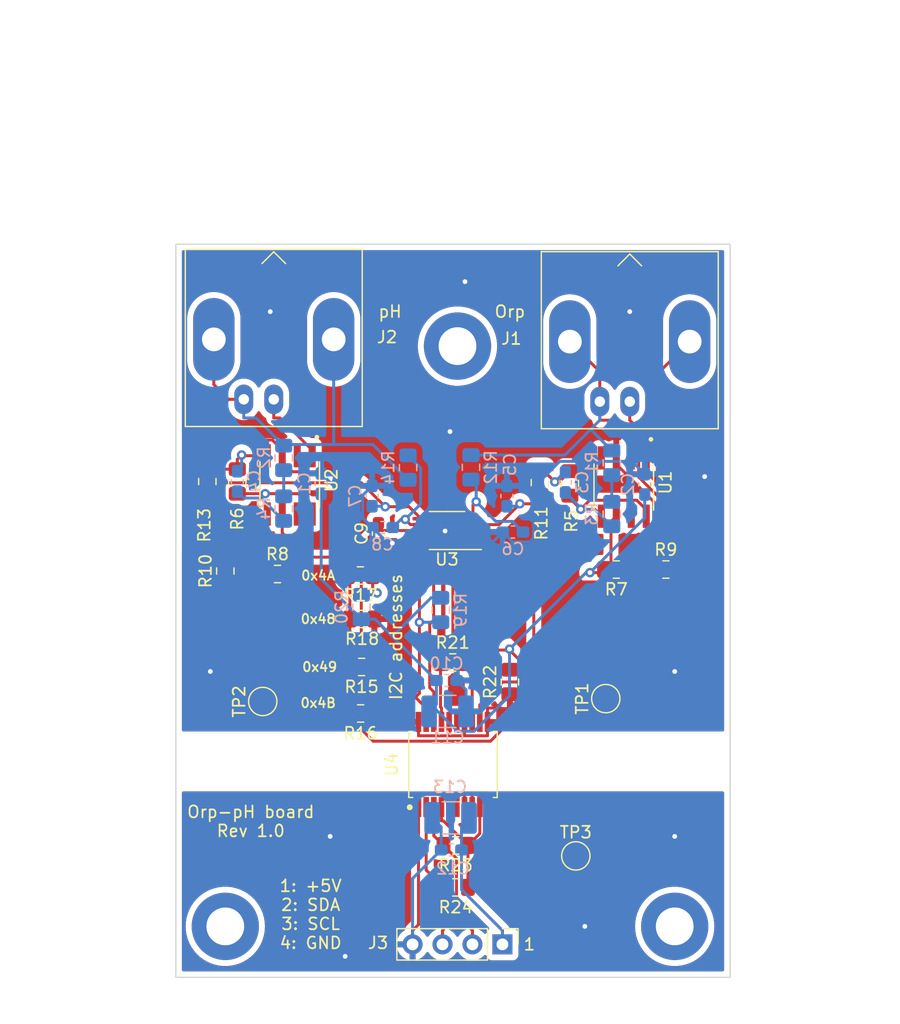
<source format=kicad_pcb>
(kicad_pcb (version 20211014) (generator pcbnew)
  (title_block (title "Orp-pH board") (rev "V1.0"))
  (layers (0 "F.Cu" signal) (31 "B.Cu" signal) (34 "B.Paste" user) (35 "F.Paste" user) (36 "B.SilkS" user "B.Silkscreen") (37 "F.SilkS" user "F.Silkscreen") (38 "B.Mask" user) (39 "F.Mask" user) (44 "Edge.Cuts" user))
  (net 0 "")
  (net 1 "Net-(C12-Pad1)")
  (net 2 "GND Iso")
  (net 3 "Vcc Iso")
  (net 4 "Net-(R15-Pad2)")
  (net 6 "Net-(C5-Pad2)")
  (net 7 "Net-(C6-Pad2)")
  (net 8 "Net-(C7-Pad2)")
  (net 9 "Net-(C8-Pad2)")
  (net 10 "Net-(R17-Pad1)")
  (net 11 "Net-(R16-Pad1)")
  (net 12 "Net-(C12-Pad2)")
  (net 13 "Net-(J3-Pad2)")
  (net 14 "Net-(J3-Pad3)")
  (net 15 "Net-(J1-Pad1)")
  (net 16 "Net-(J1-Pad2)")
  (net 17 "Net-(J2-Pad1)")
  (net 18 "Net-(J2-Pad2)")
  (net 19 "Net-(R21-Pad2)")
  (net 20 "Net-(R1-Pad2)")
  (net 21 "Net-(R2-Pad2)")
  (net 22 "Net-(C3-Pad1)")
  (net 23 "Net-(C4-Pad1)")
  (net 24 "Net-(C3-Pad2)")
  (net 25 "Net-(C4-Pad2)")
  (net 32 "J3-GND")
  (footprint "Capacitor_SMD:C_0805_2012Metric_Pad1.18x1.45mm_HandSolder" (layer "F.Cu") (at 114.046 103.2825 90)
    (fp_text reference "R6")
    (fp_text value "1M")
  )
  (footprint "Capacitor_SMD:C_0805_2012Metric_Pad1.18x1.45mm_HandSolder" (layer "F.Cu") (at 113.03 110.871 90)
    (fp_text reference "R10")
    (fp_text value "10K")
  )
  (footprint "Connector_Coaxial:BNC_Amphenol_B6252HB-NPP3G-50_Horizontal" (layer "F.Cu") (at 147.32 96.52)
    (fp_text reference "J1")
    (fp_text value "Conn_Coaxial")
  )
  (footprint "MountingHole:MountingHole_3.2mm_M3_ISO7380_Pad_TopBottom" (layer "F.Cu") (at 113.03 140.97)
    (fp_text reference "REF2" hide)
    (fp_text value "MountingHole_3.2mm_M3_ISO7380_Pad_TopBottom")
  )
  (footprint "Capacitor_SMD:C_0805_2012Metric_Pad1.18x1.45mm_HandSolder" (layer "F.Cu") (at 137.16 120.269 90)
    (fp_text reference "R22")
    (fp_text value "R10K")
  )
  (footprint "MountingHole:MountingHole_3.2mm_M3_ISO7380_Pad_TopBottom" (layer "F.Cu") (at 132.715 91.821)
    (fp_text reference "REF1" hide)
    (fp_text value "MountingHole_3.2mm_M3_ISO7380_Pad_TopBottom")
  )
  (footprint "LMP7721MA_NOPB:SOIC127P599X175-8N" (layer "F.Cu") (at 146.812 103.759 -90)
    (fp_text reference "U1")
    (fp_text value "LMP7721MA/NOPB")
  )
  (footprint "Capacitor_SMD:C_0805_2012Metric_Pad1.18x1.45mm_HandSolder" (layer "F.Cu") (at 132.5665 134.112 180)
    (fp_text reference "R23")
    (fp_text value "10K")
  )
  (footprint "Package_SO:VSSOP-10_3x3mm_P0.5mm" (layer "F.Cu") (at 131.826 107.442 180)
    (fp_text reference "U3")
    (fp_text value "ADS1115IDGS")
  )
  (footprint "Capacitor_SMD:C_0805_2012Metric_Pad1.18x1.45mm_HandSolder" (layer "F.Cu") (at 124.587 118.999 180)
    (fp_text reference "R15")
    (fp_text value "0")
  )
  (footprint "Capacitor_SMD:C_0805_2012Metric_Pad1.18x1.45mm_HandSolder" (layer "F.Cu") (at 124.483 111.252 180)
    (fp_text reference "R17")
    (fp_text value "0")
  )
  (footprint "Capacitor_SMD:C_0805_2012Metric_Pad1.18x1.45mm_HandSolder" (layer "F.Cu") (at 150.3825 110.744)
    (fp_text reference "R9")
    (fp_text value "10K")
  )
  (footprint "Capacitor_SMD:C_0805_2012Metric_Pad1.18x1.45mm_HandSolder" (layer "F.Cu") (at 132.3125 118.618)
    (fp_text reference "R21")
    (fp_text value "R30.9K")
  )
  (footprint "TestPoint:TestPoint_Pad_D2.0mm" (layer "F.Cu") (at 116.205 121.92 90)
    (fp_text reference "TP2")
    (fp_text value "TestPoint Vcc Iso")
  )
  (footprint "MountingHole:MountingHole_3.2mm_M3_ISO7380_Pad_TopBottom" (layer "F.Cu") (at 151.13 140.97)
    (fp_text reference "REF3" hide)
    (fp_text value "MountingHole_3.2mm_M3_ISO7380_Pad_TopBottom")
  )
  (footprint "Capacitor_SMD:C_0603_1608Metric_Pad1.08x0.95mm_HandSolder" (layer "F.Cu") (at 126.0105 107.696 90)
    (fp_text reference "C9")
    (fp_text value "100nF")
  )
  (footprint "Capacitor_SMD:C_0805_2012Metric_Pad1.18x1.45mm_HandSolder" (layer "F.Cu") (at 124.5045 122.936 180)
    (fp_text reference "R16")
    (fp_text value "0")
  )
  (footprint "TestPoint:TestPoint_Pad_D2.0mm" (layer "F.Cu") (at 145.288 121.679 90)
    (fp_text reference "TP1")
    (fp_text value "TestPoint GND Iso")
  )
  (footprint "Capacitor_SMD:C_0805_2012Metric_Pad1.18x1.45mm_HandSolder" (layer "F.Cu") (at 142.24 103.453 90)
    (fp_text reference "R5")
    (fp_text value "350K")
  )
  (footprint "Capacitor_SMD:C_0805_2012Metric_Pad1.18x1.45mm_HandSolder" (layer "F.Cu") (at 132.5665 137.668 180)
    (fp_text reference "R24")
    (fp_text value "10K")
  )
  (footprint "ADM3260:SOP65P780X200-20N" (layer "F.Cu") (at 132.334 127.254 90)
    (fp_text reference "U4")
    (fp_text value "ADM3260")
  )
  (footprint "Capacitor_SMD:C_0805_2012Metric_Pad1.18x1.45mm_HandSolder" (layer "F.Cu") (at 146.177 110.744 180)
    (fp_text reference "R7")
    (fp_text value "10K")
  )
  (footprint "Connector_PinHeader_2.54mm:PinHeader_1x04_P2.54mm_Vertical" (layer "F.Cu") (at 136.525 142.494 -90)
    (fp_text reference "J3")
    (fp_text value "Conn_01x04_Male")
  )
  (footprint "Capacitor_SMD:C_0805_2012Metric_Pad1.18x1.45mm_HandSolder" (layer "F.Cu") (at 117.4535 111.125)
    (fp_text reference "R8")
    (fp_text value "10K")
  )
  (footprint "Capacitor_SMD:C_0805_2012Metric_Pad1.18x1.45mm_HandSolder" (layer "F.Cu") (at 124.6315 114.935 180)
    (fp_text reference "R18")
    (fp_text value "0")
  )
  (footprint "Connector_Coaxial:BNC_Amphenol_B6252HB-NPP3G-50_Horizontal" (layer "F.Cu") (at 117.138 96.33)
    (fp_text reference "J2")
    (fp_text value "Conn_Coaxial")
  )
  (footprint "Capacitor_SMD:C_0805_2012Metric_Pad1.18x1.45mm_HandSolder" (layer "F.Cu") (at 111.506 103.2895 -90)
    (fp_text reference "R13")
    (fp_text value "10K")
  )
  (footprint "LMP7721MA_NOPB:SOIC127P599X175-8N" (layer "F.Cu") (at 118.491 103.575 -90)
    (fp_text reference "U2")
    (fp_text value "LMP7721MA/NOPB")
  )
  (footprint "Capacitor_SMD:C_0805_2012Metric_Pad1.18x1.45mm_HandSolder" (layer "F.Cu") (at 139.7 103.378 -90)
    (fp_text reference "R11")
    (fp_text value "10K")
  )
  (footprint "TestPoint:TestPoint_Pad_D2.0mm" (layer "F.Cu") (at 142.748 135.001)
    (fp_text reference "TP3")
    (fp_text value "TestPoint GND" hide)
  )
  (footprint "Capacitor_SMD:C_0603_1608Metric_Pad1.08x0.95mm_HandSolder" (layer "B.Cu") (at 148.59 103.5315 -90)
    (fp_text reference "C2")
    (fp_text value "100nF")
  )
  (footprint "Capacitor_SMD:C_0603_1608Metric_Pad1.08x0.95mm_HandSolder" (layer "B.Cu") (at 126.365 107.188)
    (fp_text reference "C8")
    (fp_text value "1uF")
  )
  (footprint "Capacitor_SMD:C_0603_1608Metric_Pad1.08x0.95mm_HandSolder" (layer "B.Cu") (at 136.906 104.521 -90)
    (fp_text reference "C5")
    (fp_text value "1uF")
  )
  (footprint "Capacitor_SMD:C_0603_1608Metric_Pad1.08x0.95mm_HandSolder" (layer "B.Cu") (at 114.046 103.2785 90)
    (fp_text reference "C4")
    (fp_text value "100nF")
  )
  (footprint "Capacitor_SMD:C_1210_3225Metric_Pad1.33x2.70mm_HandSolder" (layer "B.Cu") (at 131.8735 122.7621 180)
    (fp_text reference "C11")
    (fp_text value "10uF")
  )
  (footprint "Capacitor_SMD:C_0603_1608Metric_Pad1.08x0.95mm_HandSolder" (layer "B.Cu") (at 131.79 120.142 180)
    (fp_text reference "C10")
    (fp_text value "100nF")
  )
  (footprint "Capacitor_SMD:C_0805_2012Metric_Pad1.18x1.45mm_HandSolder" (layer "B.Cu") (at 124.5655 113.919 -90)
    (fp_text reference "R20")
    (fp_text value "10K")
  )
  (footprint "Capacitor_SMD:C_0603_1608Metric_Pad1.08x0.95mm_HandSolder" (layer "B.Cu") (at 132.1925 134.493)
    (fp_text reference "C12")
    (fp_text value "100nF")
  )
  (footprint "Capacitor_SMD:C_0603_1608Metric_Pad1.08x0.95mm_HandSolder" (layer "B.Cu") (at 125.476 104.521 -90)
    (fp_text reference "C7")
    (fp_text value "1uF")
  )
  (footprint "Capacitor_SMD:C_0805_2012Metric_Pad1.18x1.45mm_HandSolder" (layer "B.Cu") (at 145.796 106.045 -90)
    (fp_text reference "R3")
    (fp_text value "51K")
  )
  (footprint "Capacitor_SMD:C_0805_2012Metric_Pad1.18x1.45mm_HandSolder" (layer "B.Cu") (at 117.983 101.288 -90)
    (fp_text reference "R2")
    (fp_text value "100K")
  )
  (footprint "Capacitor_SMD:C_0805_2012Metric_Pad1.18x1.45mm_HandSolder" (layer "B.Cu") (at 117.983 105.5845 -90)
    (fp_text reference "R4")
    (fp_text value "51K")
  )
  (footprint "Capacitor_SMD:C_0603_1608Metric_Pad1.08x0.95mm_HandSolder" (layer "B.Cu") (at 121.158 103.469 -90)
    (fp_text reference "C1")
    (fp_text value "100nF")
  )
  (footprint "Capacitor_SMD:C_1210_3225Metric_Pad1.33x2.70mm_HandSolder" (layer "B.Cu") (at 132.1275 131.7791)
    (fp_text reference "C13")
    (fp_text value "10uF")
  )
  (footprint "Capacitor_SMD:C_0805_2012Metric_Pad1.18x1.45mm_HandSolder" (layer "B.Cu") (at 145.796 101.7055 -90)
    (fp_text reference "R1")
    (fp_text value "100K")
  )
  (footprint "Capacitor_SMD:C_0805_2012Metric_Pad1.18x1.45mm_HandSolder" (layer "B.Cu") (at 131.2965 114.173 90)
    (fp_text reference "R19")
    (fp_text value "10K")
  )
  (footprint "Capacitor_SMD:C_0805_2012Metric_Pad1.18x1.45mm_HandSolder" (layer "B.Cu") (at 133.858 102.0865 90)
    (fp_text reference "R12")
    (fp_text value "10K")
  )
  (footprint "Capacitor_SMD:C_0805_2012Metric_Pad1.18x1.45mm_HandSolder" (layer "B.Cu") (at 128.524 102.108 -90)
    (fp_text reference "R14")
    (fp_text value "10K")
  )
  (footprint "Capacitor_SMD:C_0603_1608Metric_Pad1.08x0.95mm_HandSolder" (layer "B.Cu") (at 137.414 107.569)
    (fp_text reference "C6")
    (fp_text value "1uF")
  )
  (footprint "Capacitor_SMD:C_0603_1608Metric_Pad1.08x0.95mm_HandSolder" (layer "B.Cu") (at 141.859 103.3515 90)
    (fp_text reference "C3")
    (fp_text value "100nF")
  )
  (gr_rect (start 108.839 83.185) (end 155.829 145.288) (layer "Edge.Cuts") (width 0.1) (fill none))
  (gr_text "I2C addresses" (at 127.508 116.459 90) (layer "F.SilkS") (effects (font (size 1 1))))
  (gr_text "0x48" (at 120.904 114.935) (layer "F.SilkS") (effects (font (size 0.8 0.8))))
  (gr_text "1" (at 138.811 142.494) (layer "F.SilkS") (effects (font (size 1 1))))
  (gr_text "0x49" (at 121.031 118.999) (layer "F.SilkS") (effects (font (size 0.8 0.8))))
  (gr_text "0x4B" (at 120.904 122.047) (layer "F.SilkS") (effects (font (size 0.8 0.8))))
  (gr_text "0x4A" (at 120.904 111.252) (layer "F.SilkS") (effects (font (size 0.8 0.8))))
  (gr_text "Orp" (at 137.16 88.9) (layer "F.SilkS") (effects (font (size 1 1))))
  (gr_text "Orp-pH board\nRev 1.0" (at 115.189 132.08) (layer "F.SilkS") (effects (font (size 1 1))))
  (gr_text "pH" (at 127 88.9) (layer "F.SilkS") (effects (font (size 1 1))))
  (gr_text "1: +5V\n2: SDA\n3: SCL\n4: GND" (at 120.269 139.954) (layer "F.SilkS") (effects (font (size 1 1))))
  (segment (start 132.009 130.8569) (end 132.009 129.6806) (width 0.25) (layer "F.Cu") (net 1))
  (segment (start 138.2268 135.001) (end 135.259 132.0332) (width 0.25) (layer "F.Cu") (net 1))
  (segment (start 135.259 130.8569) (end 135.259 129.6806) (width 0.25) (layer "F.Cu") (net 1))
  (segment (start 142.748 135.001) (end 138.2268 135.001) (width 0.25) (layer "F.Cu") (net 1))
  (segment (start 133.309 130.8569) (end 133.309 129.7932) (width 0.25) (layer "F.Cu") (net 1))
  (segment (start 133.959 129.6806) (end 135.259 129.6806) (width 0.25) (layer "F.Cu") (net 1))
  (segment (start 128.905 141.3187) (end 129.409 140.8147) (width 0.25) (layer "F.Cu") (net 1))
  (segment (start 133.309 129.6806) (end 132.009 129.6806) (width 0.25) (layer "F.Cu") (net 1))
  (segment (start 133.959 129.7932) (end 133.959 129.6806) (width 0.25) (layer "F.Cu") (net 1))
  (segment (start 129.409 130.8569) (end 129.409 129.6806) (width 0.25) (layer "F.Cu") (net 1))
  (segment (start 129.409 140.8147) (end 129.409 130.8569) (width 0.25) (layer "F.Cu") (net 1))
  (segment (start 133.309 129.7932) (end 133.309 129.6806) (width 0.25) (layer "F.Cu") (net 1))
  (segment (start 128.905 142.494) (end 128.905 141.3187) (width 0.25) (layer "F.Cu") (net 1))
  (segment (start 133.959 129.6806) (end 133.309 129.6806) (width 0.25) (layer "F.Cu") (net 1))
  (segment (start 129.409 129.6806) (end 132.009 129.6806) (width 0.25) (layer "F.Cu") (net 1))
  (segment (start 133.959 130.8569) (end 133.959 129.7932) (width 0.25) (layer "F.Cu") (net 1))
  (segment (start 135.259 130.8569) (end 135.259 132.0332) (width 0.25) (layer "F.Cu") (net 1))
  (segment (start 130.565 131.7791) (end 131.33 132.5441) (width 0.25) (layer "B.Cu") (net 1))
  (segment (start 131.33 134.493) (end 128.905 136.918) (width 0.25) (layer "B.Cu") (net 1))
  (segment (start 128.905 136.918) (end 128.905 142.494) (width 0.25) (layer "B.Cu") (net 1))
  (segment (start 131.33 132.5441) (end 131.33 134.493) (width 0.25) (layer "B.Cu") (net 1))
  (segment (start 138.6785 120.0285) (end 137.4005 121.3065) (width 0.25) (layer "F.Cu") (net 2))
  (segment (start 149.3426 107.3972) (end 147.7471 108.9927) (width 0.25) (layer "F.Cu") (net 2))
  (segment (start 113.03 109.8335) (end 110.4339 107.2374) (width 0.25) (layer "F.Cu") (net 2))
  (segment (start 112.3048 99.7713) (end 117.0128 99.7713) (width 0.25) (layer "F.Cu") (net 2))
  (segment (start 136.9683 107.442) (end 134.026 107.442) (width 0.25) (layer "F.Cu") (net 2))
  (segment (start 117.856 101.5966) (end 118.7247 102.4653) (width 0.25) (layer "F.Cu") (net 2))
  (segment (start 135.259 123.6511) (end 135.259 124.8274) (width 0.25) (layer "F.Cu") (net 2))
  (segment (start 146.2492 111.7954) (end 145.288 111.7954) (width 0.25) (layer "F.Cu") (net 2))
  (segment (start 150.3686 111.7954) (end 146.2492 111.7954) (width 0.25) (layer "F.Cu") (net 2))
  (segment (start 138.6785 117.8486) (end 138.6785 120.0285) (width 0.25) (layer "F.Cu") (net 2))
  (segment (start 132.009 123.6511) (end 132.009 124.8274) (width 0.25) (layer "F.Cu") (net 2))
  (segment (start 110.4339 107.2374) (end 110.4339 101.6422) (width 0.25) (layer "F.Cu") (net 2))
  (segment (start 126.9431 102.4653) (end 131.6635 107.1857) (width 0.25) (layer "F.Cu") (net 2))
  (segment (start 118.7247 102.4653) (end 126.9431 102.4653) (width 0.25) (layer "F.Cu") (net 2))
  (segment (start 129.409 123.6511) (end 129.409 124.2392) (width 0.25) (layer "F.Cu") (net 2))
  (segment (start 146.177 101.8215) (end 149.3426 104.9871) (width 0.25) (layer "F.Cu") (net 2))
  (segment (start 151.42 110.744) (end 150.3686 111.7954) (width 0.25) (layer "F.Cu") (net 2))
  (segment (start 145.288 121.679) (end 145.288 111.7954) (width 0.25) (layer "F.Cu") (net 2))
  (segment (start 132.9718 112.1419) (end 138.6785 117.8486) (width 0.25) (layer "F.Cu") (net 2))
  (segment (start 117.856 100.6145) (end 117.856 101.105) (width 0.25) (layer "F.Cu") (net 2))
  (segment (start 124.5928 123.661) (end 124.5928 122.1883) (width 0.25) (layer "F.Cu") (net 2))
  (segment (start 126.5881 120.193) (end 126.5881 115.8541) (width 0.25) (layer "F.Cu") (net 2))
  (segment (start 135.9917 122.4748) (end 137.16 121.3065) (width 0.25) (layer "F.Cu") (net 2))
  (segment (start 131.6635 107.1857) (end 131.6635 107.4799) (width 0.25) (layer "F.Cu") (net 2))
  (segment (start 110.4339 101.6422) (end 112.3048 99.7713) (width 0.25) (layer "F.Cu") (net 2))
  (segment (start 132.9718 107.4799) (end 132.9718 112.1419) (width 0.25) (layer "F.Cu") (net 2))
  (segment (start 127.1927 108.5098) (end 126.0592 108.5098) (width 0.25) (layer "F.Cu") (net 2))
  (segment (start 133.0097 107.442) (end 134.026 107.442) (width 0.25) (layer "F.Cu") (net 2))
  (segment (start 129.409 124.2392) (end 129.409 124.8274) (width 0.25) (layer "F.Cu") (net 2))
  (segment (start 135.259 122.4748) (end 135.9917 122.4748) (width 0.25) (layer "F.Cu") (net 2))
  (segment (start 132.9718 107.4799) (end 133.0097 107.442) (width 0.25) (layer "F.Cu") (net 2))
  (segment (start 117.856 101.105) (end 117.856 101.5966) (width 0.25) (layer "F.Cu") (net 2))
  (segment (start 133.309 123.6511) (end 133.309 124.7148) (width 0.25) (layer "F.Cu") (net 2))
  (segment (start 137.4005 121.3065) (end 137.16 121.3065) (width 0.25) (layer "F.Cu") (net 2))
  (segment (start 133.309 124.7148) (end 133.309 124.8274) (width 0.25) (layer "F.Cu") (net 2))
  (segment (start 145.288 111.7954) (end 141.3217 111.7954) (width 0.25) (layer "F.Cu") (net 2))
  (segment (start 132.009 124.8274) (end 129.409 124.8274) (width 0.25) (layer "F.Cu") (net 2))
  (segment (start 124.5928 122.1883) (end 126.5881 120.193) (width 0.25) (layer "F.Cu") (net 2))
  (segment (start 125.171 124.2392) (end 124.5928 123.661) (width 0.25) (layer "F.Cu") (net 2))
  (segment (start 126.0592 108.5098) (end 126.0105 108.5585) (width 0.25) (layer "F.Cu") (net 2))
  (segment (start 149.3426 104.9871) (end 149.3426 107.3972) (width 0.25) (layer "F.Cu") (net 2))
  (segment (start 135.259 123.6511) (end 135.259 122.4748) (width 0.25) (layer "F.Cu") (net 2))
  (segment (start 147.7471 108.9927) (end 147.3325 108.9927) (width 0.25) (layer "F.Cu") (net 2))
  (segment (start 133.309 124.8274) (end 135.259 124.8274) (width 0.25) (layer "F.Cu") (net 2))
  (segment (start 126.5881 115.8541) (end 125.669 114.935) (width 0.25) (layer "F.Cu") (net 2))
  (segment (start 117.0128 99.7713) (end 117.856 100.6145) (width 0.25) (layer "F.Cu") (net 2))
  (segment (start 129.409 124.2392) (end 125.171 124.2392) (width 0.25) (layer "F.Cu") (net 2))
  (segment (start 147.3325 108.9927) (end 146.2492 110.076) (width 0.25) (layer "F.Cu") (net 2))
  (segment (start 131.6635 107.4799) (end 132.9718 107.4799) (width 0.25) (layer "F.Cu") (net 2))
  (segment (start 141.3217 111.7954) (end 136.9683 107.442) (width 0.25) (layer "F.Cu") (net 2))
  (segment (start 133.309 124.8274) (end 132.009 124.8274) (width 0.25) (layer "F.Cu") (net 2))
  (segment (start 146.2492 110.076) (end 146.2492 111.7954) (width 0.25) (layer "F.Cu") (net 2))
  (segment (start 146.177 101.289) (end 146.177 101.8215) (width 0.25) (layer "F.Cu") (net 2))
  (via (at 127.1927 108.5098) (size 0.8) (drill 0.4) (layers "F.Cu" "B.Cu") (net 2))
  (via (at 131.6635 107.4799) (size 0.8) (drill 0.4) (layers "F.Cu" "B.Cu") (net 2))
  (via (at 151.13 119.38) (size 0.8) (drill 0.4) (layers "F.Cu" "B.Cu") (net 2))
  (via (at 147.32 88.9) (size 0.8) (drill 0.4) (layers "F.Cu" "B.Cu") (net 2))
  (via (at 111.76 119.38) (size 0.8) (drill 0.4) (layers "F.Cu" "B.Cu") (net 2))
  (via (at 132.08 99.06) (size 0.8) (drill 0.4) (layers "F.Cu" "B.Cu") (net 2))
  (via (at 133.35 86.36) (size 0.8) (drill 0.4) (layers "F.Cu" "B.Cu") (net 2))
  (via (at 153.67 102.87) (size 0.8) (drill 0.4) (layers "F.Cu" "B.Cu") (net 2))
  (via (at 116.84 88.9) (size 0.8) (drill 0.4) (layers "F.Cu" "B.Cu") (net 2))
  (segment (start 131.6635 108.5098) (end 127.1927 108.5098) (width 0.25) (layer "B.Cu") (net 2))
  (segment (start 139.1585 104.5124) (end 138.8043 104.1582) (width 0.25) (layer "B.Cu") (net 2))
  (segment (start 138.8043 104.1582) (end 141.3806 101.5819) (width 0.25) (layer "B.Cu") (net 2))
  (segment (start 138.8249 108.4072) (end 139.1585 108.0736) (width 0.25) (layer "B.Cu") (net 2))
  (segment (start 124.672 106.3575) (end 124.672 104.4625) (width 0.25) (layer "B.Cu") (net 2))
  (segment (start 138.8043 104.1582) (end 138.3046 103.6585) (width 0.25) (layer "B.Cu") (net 2))
  (segment (start 138.3046 103.6585) (end 136.906 103.6585) (width 0.25) (layer "B.Cu") (net 2))
  (segment (start 139.1585 108.0736) (end 139.1585 104.5124) (width 0.25) (layer "B.Cu") (net 2))
  (segment (start 125.5025 107.188) (end 124.672 106.3575) (width 0.25) (layer "B.Cu") (net 2))
  (segment (start 147.5029 101.5819) (end 148.59 102.669) (width 0.25) (layer "B.Cu") (net 2))
  (segment (start 126.8243 108.5098) (end 125.5025 107.188) (width 0.25) (layer "B.Cu") (net 2))
  (segment (start 133.436 120.9255) (end 133.436 122.7621) (width 0.25) (layer "B.Cu") (net 2))
  (segment (start 132.6525 109.4445) (end 132.5982 109.4445) (width 0.25) (layer "B.Cu") (net 2))
  (segment (start 131.6635 108.5098) (end 131.6635 107.4799) (width 0.25) (layer "B.Cu") (net 2))
  (segment (start 127.1927 108.5098) (end 126.8243 108.5098) (width 0.25) (layer "B.Cu") (net 2))
  (segment (start 136.5515 107.569) (end 137.3897 108.4072) (width 0.25) (layer "B.Cu") (net 2))
  (segment (start 137.3897 108.4072) (end 138.8249 108.4072) (width 0.25) (layer "B.Cu") (net 2))
  (segment (start 121.158 102.6065) (end 123.014 104.4625) (width 0.25) (layer "B.Cu") (net 2))
  (segment (start 124.672 104.4625) (end 125.476 103.6585) (width 0.25) (layer "B.Cu") (net 2))
  (segment (start 132.6525 120.142) (end 133.436 120.9255) (width 0.25) (layer "B.Cu") (net 2))
  (segment (start 123.014 104.4625) (end 124.672 104.4625) (width 0.25) (layer "B.Cu") (net 2))
  (segment (start 132.6525 120.142) (end 132.6525 109.4445) (width 0.25) (layer "B.Cu") (net 2))
  (segment (start 141.3806 101.5819) (end 147.5029 101.5819) (width 0.25) (layer "B.Cu") (net 2))
  (segment (start 134.676 109.4445) (end 136.5515 107.569) (width 0.25) (layer "B.Cu") (net 2))
  (segment (start 132.6525 109.4445) (end 134.676 109.4445) (width 0.25) (layer "B.Cu") (net 2))
  (segment (start 132.5982 109.4445) (end 131.6635 108.5098) (width 0.25) (layer "B.Cu") (net 2))
  (segment (start 132.3264 109.1686) (end 132.3264 117.5666) (width 0.25) (layer "F.Cu") (net 3))
  (segment (start 132.3264 117.5666) (end 131.275 118.618) (width 0.25) (layer "F.Cu") (net 3))
  (segment (start 118.491 119.634) (end 116.205 121.92) (width 0.25) (layer "F.Cu") (net 3))
  (segment (start 131.359 123.0629) (end 131.359 123.6511) (width 0.25) (layer "F.Cu") (net 3))
  (segment (start 138.2232 118.6631) (end 137.1267 117.5666) (width 0.25) (layer "F.Cu") (net 3))
  (segment (start 129.626 107.442) (end 130.5998 107.442) (width 0.25) (layer "F.Cu") (net 3))
  (segment (start 136.5491 120.269) (end 137.7567 120.269) (width 0.25) (layer "F.Cu") (net 3))
  (segment (start 118.491 111.125) (end 118.491 119.634) (width 0.25) (layer "F.Cu") (net 3))
  (segment (start 130.5998 107.442) (end 132.3264 109.1686) (width 0.25) (layer "F.Cu") (net 3))
  (segment (start 123.5275 109.6967) (end 119.9193 109.6967) (width 0.25) (layer "F.Cu") (net 3))
  (segment (start 145.7267 110.1568) (end 145.1395 110.744) (width 0.25) (layer "F.Cu") (net 3))
  (segment (start 123.5276 109.6967) (end 125.7823 107.442) (width 0.25) (layer "F.Cu") (net 3))
  (segment (start 125.7823 107.442) (end 126.0105 107.442) (width 0.25) (layer "F.Cu") (net 3))
  (segment (start 137.1267 117.5666) (end 137.1267 117.486) (width 0.25) (layer "F.Cu") (net 3))
  (segment (start 117.856 106.045) (end 117.856 107.6334) (width 0.25) (layer "F.Cu") (net 3))
  (segment (start 137.1267 117.5666) (end 132.3264 117.5666) (width 0.25) (layer "F.Cu") (net 3))
  (segment (start 137.7567 120.269) (end 138.2232 119.8025) (width 0.25) (layer "F.Cu") (net 3))
  (segment (start 131.275 122.3908) (end 131.359 122.4748) (width 0.25) (layer "F.Cu") (net 3))
  (segment (start 117.856 107.6334) (end 119.9193 109.6967) (width 0.25) (layer "F.Cu") (net 3))
  (segment (start 145.7267 106.6793) (end 145.7267 110.1568) (width 0.25) (layer "F.Cu") (net 3))
  (segment (start 124.5573 110.7265) (end 123.5276 109.6967) (width 0.25) (layer "F.Cu") (net 3))
  (segment (start 131.359 123.0629) (end 131.359 122.4748) (width 0.25) (layer "F.Cu") (net 3))
  (segment (start 144.8773 111.0062) (end 145.1395 110.744) (width 0.25) (layer "F.Cu") (net 3))
  (segment (start 138.2232 119.8025) (end 138.2232 118.6631) (width 0.25) (layer "F.Cu") (net 3))
  (segment (start 119.9193 109.6967) (end 118.491 111.125) (width 0.25) (layer "F.Cu") (net 3))
  (segment (start 124.5573 117.9318) (end 124.5573 110.7265) (width 0.25) (layer "F.Cu") (net 3))
  (segment (start 126.0105 107.442) (end 129.626 107.442) (width 0.25) (layer "F.Cu") (net 3))
  (segment (start 125.6245 118.999) (end 124.5573 117.9318) (width 0.25) (layer "F.Cu") (net 3))
  (segment (start 126.0105 107.442) (end 126.0105 106.8335) (width 0.25) (layer "F.Cu") (net 3))
  (segment (start 146.177 106.229) (end 145.7267 106.6793) (width 0.25) (layer "F.Cu") (net 3))
  (segment (start 123.5276 109.6967) (end 123.5275 109.6967) (width 0.25) (layer "F.Cu") (net 3))
  (segment (start 134.609 123.6511) (end 134.609 122.2091) (width 0.25) (layer "F.Cu") (net 3))
  (segment (start 131.275 118.618) (end 131.275 122.3908) (width 0.25) (layer "F.Cu") (net 3))
  (segment (start 134.609 122.2091) (end 136.5491 120.269) (width 0.25) (layer "F.Cu") (net 3))
  (segment (start 143.9477 111.0062) (end 144.8773 111.0062) (width 0.25) (layer "F.Cu") (net 3))
  (via (at 143.9477 111.0062) (size 0.8) (drill 0.4) (layers "F.Cu" "B.Cu") (net 3))
  (via (at 137.1267 117.486) (size 0.8) (drill 0.4) (layers "F.Cu" "B.Cu") (net 3))
  (segment (start 148.59 106.3639) (end 148.59 104.394) (width 0.25) (layer "B.Cu") (net 3))
  (segment (start 130.4757 113.1355) (end 127.1984 116.4128) (width 0.25) (layer "B.Cu") (net 3))
  (segment (start 130.9275 122.1456) (end 130.6744 122.3987) (width 0.25) (layer "B.Cu") (net 3))
  (segment (start 127.1984 116.4128) (end 130.9275 120.142) (width 0.25) (layer "B.Cu") (net 3))
  (segment (start 143.6065 111.0062) (end 143.9477 111.0062) (width 0.25) (layer "B.Cu") (net 3))
  (segment (start 134.1152 124.4455) (end 137.1267 121.434) (width 0.25) (layer "B.Cu") (net 3))
  (segment (start 130.6744 122.3987) (end 132.7212 124.4455) (width 0.25) (layer "B.Cu") (net 3))
  (segment (start 124.5655 114.9565) (end 125.742 114.9565) (width 0.25) (layer "B.Cu") (net 3))
  (segment (start 137.1267 121.434) (end 137.1267 117.486) (width 0.25) (layer "B.Cu") (net 3))
  (segment (start 143.9477 111.0062) (end 148.59 106.3639) (width 0.25) (layer "B.Cu") (net 3))
  (segment (start 137.1267 117.486) (end 143.6065 111.0062) (width 0.25) (layer "B.Cu") (net 3))
  (segment (start 121.158 104.3315) (end 121.158 111.549) (width 0.25) (layer "B.Cu") (net 3))
  (segment (start 130.6744 122.3987) (end 130.311 122.7621) (width 0.25) (layer "B.Cu") (net 3))
  (segment (start 125.742 114.9565) (end 127.1984 116.4128) (width 0.25) (layer "B.Cu") (net 3))
  (segment (start 132.7212 124.4455) (end 134.1152 124.4455) (width 0.25) (layer "B.Cu") (net 3))
  (segment (start 130.9275 120.142) (end 130.9275 122.1456) (width 0.25) (layer "B.Cu") (net 3))
  (segment (start 131.2965 113.1355) (end 130.4757 113.1355) (width 0.25) (layer "B.Cu") (net 3))
  (segment (start 121.158 111.549) (end 124.5655 114.9565) (width 0.25) (layer "B.Cu") (net 3))
  (segment (start 134.026 108.442) (end 139.1834 113.5994) (width 0.25) (layer "F.Cu") (net 4))
  (segment (start 135.5109 125.2839) (end 125.5662 125.2839) (width 0.25) (layer "F.Cu") (net 4))
  (segment (start 123.4455 111.252) (end 123.594 111.4005) (width 0.25) (layer "F.Cu") (net 4))
  (segment (start 139.1834 121.6114) (end 135.5109 125.2839) (width 0.25) (layer "F.Cu") (net 4))
  (segment (start 123.594 114.935) (end 123.594 118.9545) (width 0.25) (layer "F.Cu") (net 4))
  (segment (start 139.1834 113.5994) (end 139.1834 121.6114) (width 0.25) (layer "F.Cu") (net 4))
  (segment (start 123.594 111.4005) (end 123.594 114.935) (width 0.25) (layer "F.Cu") (net 4))
  (segment (start 123.594 118.9545) (end 123.5495 118.999) (width 0.25) (layer "F.Cu") (net 4))
  (segment (start 123.5495 118.999) (end 123.467 119.0815) (width 0.25) (layer "F.Cu") (net 4))
  (segment (start 125.5662 125.2839) (end 123.467 123.1847) (width 0.25) (layer "F.Cu") (net 4))
  (segment (start 123.467 123.1847) (end 123.467 122.936) (width 0.25) (layer "F.Cu") (net 4))
  (segment (start 123.467 119.0815) (end 123.467 122.936) (width 0.25) (layer "F.Cu") (net 4))
  (segment (start 138.0047 105.1782) (end 138.9373 105.1782) (width 0.25) (layer "F.Cu") (net 6))
  (segment (start 136.2409 106.942) (end 134.026 106.942) (width 0.25) (layer "F.Cu") (net 6))
  (segment (start 138.0047 105.1782) (end 136.2409 106.942) (width 0.25) (layer "F.Cu") (net 6))
  (segment (start 138.9373 105.1782) (end 139.7 104.4155) (width 0.25) (layer "F.Cu") (net 6))
  (via (at 138.0047 105.1782) (size 0.8) (drill 0.4) (layers "F.Cu" "B.Cu") (net 6))
  (segment (start 137.7994 105.3835) (end 138.0047 105.1782) (width 0.25) (layer "B.Cu") (net 6))
  (segment (start 136.906 105.3835) (end 137.7994 105.3835) (width 0.25) (layer "B.Cu") (net 6))
  (segment (start 134.3003 105.0021) (end 134.026 105.2764) (width 0.25) (layer "F.Cu") (net 7))
  (segment (start 134.026 105.2764) (end 134.026 106.442) (width 0.25) (layer "F.Cu") (net 7))
  (via (at 134.3003 105.0021) (size 0.8) (drill 0.4) (layers "F.Cu" "B.Cu") (net 7))
  (segment (start 134.3003 105.0021) (end 134.3003 103.5663) (width 0.25) (layer "B.Cu") (net 7))
  (segment (start 134.3003 103.5663) (end 133.858 103.124) (width 0.25) (layer "B.Cu") (net 7))
  (segment (start 138.2765 107.569) (end 137.3743 106.6668) (width 0.25) (layer "B.Cu") (net 7))
  (segment (start 137.3743 106.6668) (end 135.965 106.6668) (width 0.25) (layer "B.Cu") (net 7))
  (segment (start 135.965 106.6668) (end 134.3003 105.0021) (width 0.25) (layer "B.Cu") (net 7))
  (segment (start 112.4341 103.3989) (end 124.5617 103.3989) (width 0.25) (layer "F.Cu") (net 8))
  (segment (start 128.6069 105.4229) (end 126.5857 105.4229) (width 0.25) (layer "F.Cu") (net 8))
  (segment (start 124.5617 103.3989) (end 126.5857 105.4229) (width 0.25) (layer "F.Cu") (net 8))
  (segment (start 129.626 106.442) (end 128.6069 105.4229) (width 0.25) (layer "F.Cu") (net 8))
  (segment (start 111.506 104.327) (end 112.4341 103.3989) (width 0.25) (layer "F.Cu") (net 8))
  (via (at 126.5857 105.4229) (size 0.8) (drill 0.4) (layers "F.Cu" "B.Cu") (net 8))
  (segment (start 125.476 105.3835) (end 126.5463 105.3835) (width 0.25) (layer "B.Cu") (net 8))
  (segment (start 126.5463 105.3835) (end 126.5857 105.4229) (width 0.25) (layer "B.Cu") (net 8))
  (segment (start 128.729 106.942) (end 129.626 106.942) (width 0.25) (layer "F.Cu") (net 9))
  (segment (start 128.2862 106.4992) (end 128.729 106.942) (width 0.25) (layer "F.Cu") (net 9))
  (via (at 128.2862 106.4992) (size 0.8) (drill 0.4) (layers "F.Cu" "B.Cu") (net 9))
  (segment (start 128.524 101.0705) (end 129.5934 102.1399) (width 0.25) (layer "B.Cu") (net 9))
  (segment (start 128.2862 106.4992) (end 127.9163 106.4992) (width 0.25) (layer "B.Cu") (net 9))
  (segment (start 127.9163 106.4992) (end 127.2275 107.188) (width 0.25) (layer "B.Cu") (net 9))
  (segment (start 129.5934 102.1399) (end 129.5934 105.192) (width 0.25) (layer "B.Cu") (net 9))
  (segment (start 129.5934 105.192) (end 128.2862 106.4992) (width 0.25) (layer "B.Cu") (net 9))
  (segment (start 130.6929 115.0295) (end 130.3597 115.3627) (width 0.25) (layer "F.Cu") (net 10))
  (segment (start 125.5205 112.3471) (end 125.8987 112.7253) (width 0.25) (layer "F.Cu") (net 10))
  (segment (start 128.8305 107.942) (end 129.626 107.942) (width 0.25) (layer "F.Cu") (net 10))
  (segment (start 125.5205 111.252) (end 125.5205 112.3471) (width 0.25) (layer "F.Cu") (net 10))
  (segment (start 130.6929 108.1835) (end 130.6929 115.0295) (width 0.25) (layer "F.Cu") (net 10))
  (segment (start 130.3597 120.7603) (end 130.709 121.1096) (width 0.25) (layer "F.Cu") (net 10))
  (segment (start 130.4514 107.942) (end 130.6929 108.1835) (width 0.25) (layer "F.Cu") (net 10))
  (segment (start 129.626 107.942) (end 130.4514 107.942) (width 0.25) (layer "F.Cu") (net 10))
  (segment (start 130.3597 115.3627) (end 130.3597 120.7603) (width 0.25) (layer "F.Cu") (net 10))
  (segment (start 130.709 121.1096) (end 130.709 123.6511) (width 0.25) (layer "F.Cu") (net 10))
  (segment (start 125.5205 111.252) (end 128.8305 107.942) (width 0.25) (layer "F.Cu") (net 10))
  (via (at 125.8987 112.7253) (size 0.8) (drill 0.4) (layers "F.Cu" "B.Cu") (net 10))
  (segment (start 124.5655 112.8815) (end 125.7425 112.8815) (width 0.25) (layer "B.Cu") (net 10))
  (segment (start 125.7425 112.8815) (end 125.8987 112.7253) (width 0.25) (layer "B.Cu") (net 10))
  (segment (start 129.1477 121.5635) (end 130.059 122.4748) (width 0.25) (layer "F.Cu") (net 11))
  (segment (start 127.7752 122.936) (end 125.542 122.936) (width 0.25) (layer "F.Cu") (net 11))
  (segment (start 130.059 123.6511) (end 130.059 122.4748) (width 0.25) (layer "F.Cu") (net 11))
  (segment (start 129.486 121.2252) (end 129.1477 121.5635) (width 0.25) (layer "F.Cu") (net 11))
  (segment (start 129.1477 121.5635) (end 127.7752 122.936) (width 0.25) (layer "F.Cu") (net 11))
  (segment (start 129.486 108.582) (end 129.486 115.2105) (width 0.25) (layer "F.Cu") (net 11))
  (segment (start 129.486 115.2105) (end 129.486 121.2252) (width 0.25) (layer "F.Cu") (net 11))
  (segment (start 129.626 108.442) (end 129.486 108.582) (width 0.25) (layer "F.Cu") (net 11))
  (via (at 129.486 115.2105) (size 0.8) (drill 0.4) (layers "F.Cu" "B.Cu") (net 11))
  (segment (start 131.2965 115.2105) (end 129.486 115.2105) (width 0.25) (layer "B.Cu") (net 11))
  (segment (start 133.604 137.668) (end 133.604 134.112) (width 0.25) (layer "F.Cu") (net 12))
  (segment (start 134.609 130.8569) (end 134.609 132.0332) (width 0.25) (layer "F.Cu") (net 12))
  (segment (start 134.609 133.107) (end 134.609 132.0332) (width 0.25) (layer "F.Cu") (net 12))
  (segment (start 131.359 130.8569) (end 131.359 132.0332) (width 0.25) (layer "F.Cu") (net 12))
  (segment (start 133.604 134.112) (end 134.609 133.107) (width 0.25) (layer "F.Cu") (net 12))
  (segment (start 133.604 138.3977) (end 133.604 137.668) (width 0.25) (layer "F.Cu") (net 12))
  (segment (start 136.525 141.3187) (end 133.604 138.3977) (width 0.25) (layer "F.Cu") (net 12))
  (segment (start 131.359 132.0332) (end 131.5252 132.0332) (width 0.25) (layer "F.Cu") (net 12))
  (segment (start 136.525 142.494) (end 136.525 141.3187) (width 0.25) (layer "F.Cu") (net 12))
  (segment (start 131.5252 132.0332) (end 133.604 134.112) (width 0.25) (layer "F.Cu") (net 12))
  (segment (start 133.055 134.493) (end 133.055 137.8487) (width 0.25) (layer "B.Cu") (net 12))
  (segment (start 133.055 137.8487) (end 136.525 141.3187) (width 0.25) (layer "B.Cu") (net 12))
  (segment (start 133.055 132.4141) (end 133.055 134.493) (width 0.25) (layer "B.Cu") (net 12))
  (segment (start 133.69 131.7791) (end 133.055 132.4141) (width 0.25) (layer "B.Cu") (net 12))
  (segment (start 136.525 142.494) (end 136.525 141.3187) (width 0.25) (layer "B.Cu") (net 12))
  (segment (start 132.6304 139.9641) (end 132.6304 135.2134) (width 0.25) (layer "F.Cu") (net 13))
  (segment (start 132.6304 135.2134) (end 131.529 134.112) (width 0.25) (layer "F.Cu") (net 13))
  (segment (start 133.985 141.3187) (end 132.6304 139.9641) (width 0.25) (layer "F.Cu") (net 13))
  (segment (start 130.709 133.292) (end 130.709 130.8569) (width 0.25) (layer "F.Cu") (net 13))
  (segment (start 133.985 142.494) (end 133.985 141.3187) (width 0.25) (layer "F.Cu") (net 13))
  (segment (start 131.529 134.112) (end 130.709 133.292) (width 0.25) (layer "F.Cu") (net 13))
  (segment (start 131.445 142.494) (end 131.445 141.3187) (width 0.25) (layer "F.Cu") (net 14))
  (segment (start 130.059 136.198) (end 130.059 130.8569) (width 0.25) (layer "F.Cu") (net 14))
  (segment (start 131.529 137.668) (end 130.059 136.198) (width 0.25) (layer "F.Cu") (net 14))
  (segment (start 131.445 141.3187) (end 131.529 141.2347) (width 0.25) (layer "F.Cu") (net 14))
  (segment (start 131.529 141.2347) (end 131.529 137.668) (width 0.25) (layer "F.Cu") (net 14))
  (segment (start 147.32 96.52) (end 147.32 98.0953) (width 0.25) (layer "F.Cu") (net 15))
  (segment (start 148.717 99.4923) (end 147.32 98.0953) (width 0.25) (layer "F.Cu") (net 15))
  (segment (start 148.717 101.289) (end 148.717 99.4923) (width 0.25) (layer "F.Cu") (net 15))
  (segment (start 149.345 110.744) (end 149.7942 110.2948) (width 0.25) (layer "F.Cu") (net 16))
  (segment (start 149.86 93.98) (end 152.4 91.44) (width 0.25) (layer "F.Cu") (net 16))
  (segment (start 144.78 93.98) (end 149.86 93.98) (width 0.25) (layer "F.Cu") (net 16))
  (segment (start 144.78 96.52) (end 144.78 98.0953) (width 0.25) (layer "F.Cu") (net 16))
  (segment (start 149.7942 110.2948) (end 149.7942 104.6287) (width 0.25) (layer "F.Cu") (net 16))
  (segment (start 148.082 100.1974) (end 145.9799 98.0953) (width 0.25) (layer "F.Cu") (net 16))
  (segment (start 149.7942 104.6287) (end 148.082 102.9165) (width 0.25) (layer "F.Cu") (net 16))
  (segment (start 144.78 96.52) (end 144.78 94.9447) (width 0.25) (layer "F.Cu") (net 16))
  (segment (start 144.78 94.9447) (end 144.78 93.98) (width 0.25) (layer "F.Cu") (net 16))
  (segment (start 144.78 93.98) (end 142.24 91.44) (width 0.25) (layer "F.Cu") (net 16))
  (segment (start 147.2145 110.744) (end 149.345 110.744) (width 0.25) (layer "F.Cu") (net 16))
  (segment (start 145.9799 98.0953) (end 144.78 98.0953) (width 0.25) (layer "F.Cu") (net 16))
  (segment (start 148.082 102.9165) (end 148.082 100.1974) (width 0.25) (layer "F.Cu") (net 16))
  (segment (start 133.858 101.049) (end 141.8264 101.049) (width 0.25) (layer "B.Cu") (net 16))
  (segment (start 144.78 96.52) (end 144.78 98.0953) (width 0.25) (layer "B.Cu") (net 16))
  (segment (start 141.8264 101.049) (end 144.0017 98.8737) (width 0.25) (layer "B.Cu") (net 16))
  (segment (start 145.796 100.668) (end 144.0017 98.8737) (width 0.25) (layer "B.Cu") (net 16))
  (segment (start 144.0017 98.8737) (end 144.0017 98.8736) (width 0.25) (layer "B.Cu") (net 16))
  (segment (start 144.0017 98.8736) (end 144.78 98.0953) (width 0.25) (layer "B.Cu") (net 16))
  (segment (start 117.6704 97.9053) (end 117.138 97.9053) (width 0.25) (layer "F.Cu") (net 17))
  (segment (start 120.396 101.105) (end 120.396 100.6309) (width 0.25) (layer "F.Cu") (net 17))
  (segment (start 120.396 100.6309) (end 117.6704 97.9053) (width 0.25) (layer "F.Cu") (net 17))
  (segment (start 117.138 96.33) (end 117.138 97.9053) (width 0.25) (layer "F.Cu") (net 17))
  (segment (start 113.3127 96.33) (end 112.058 95.0753) (width 0.25) (layer "F.Cu") (net 18))
  (segment (start 113.03 111.717) (end 113.03 111.9085) (width 0.25) (layer "F.Cu") (net 18))
  (segment (start 113.03 111.717) (end 115.824 111.717) (width 0.25) (layer "F.Cu") (net 18))
  (segment (start 109.9278 108.6148) (end 113.03 111.717) (width 0.25) (layer "F.Cu") (net 18))
  (segment (start 115.824 111.717) (end 116.416 111.125) (width 0.25) (layer "F.Cu") (net 18))
  (segment (start 109.9278 99.7149) (end 109.9278 108.6148) (width 0.25) (layer "F.Cu") (net 18))
  (segment (start 112.058 91.25) (end 112.058 95.0753) (width 0.25) (layer "F.Cu") (net 18))
  (segment (start 114.598 96.33) (end 113.3127 96.33) (width 0.25) (layer "F.Cu") (net 18))
  (segment (start 113.3127 96.33) (end 109.9278 99.7149) (width 0.25) (layer "F.Cu") (net 18))
  (segment (start 122.218 100.1566) (end 118.0769 100.1566) (width 0.25) (layer "B.Cu") (net 18))
  (segment (start 114.598 96.33) (end 114.598 97.9053) (width 0.25) (layer "B.Cu") (net 18))
  (segment (start 122.218 91.25) (end 122.218 95.0753) (width 0.25) (layer "B.Cu") (net 18))
  (segment (start 122.218 95.0753) (end 122.218 100.1566) (width 0.25) (layer "B.Cu") (net 18))
  (segment (start 115.6378 97.9053) (end 114.598 97.9053) (width 0.25) (layer "B.Cu") (net 18))
  (segment (start 118.0769 100.1566) (end 117.983 100.2505) (width 0.25) (layer "B.Cu") (net 18))
  (segment (start 125.5351 100.1566) (end 122.218 100.1566) (width 0.25) (layer "B.Cu") (net 18))
  (segment (start 128.524 103.1455) (end 125.5351 100.1566) (width 0.25) (layer "B.Cu") (net 18))
  (segment (start 117.983 100.2505) (end 115.6378 97.9053) (width 0.25) (layer "B.Cu") (net 18))
  (segment (start 133.35 118.618) (end 133.959 119.227) (width 0.25) (layer "F.Cu") (net 19))
  (segment (start 133.959 123.6511) (end 133.959 119.2315) (width 0.25) (layer "F.Cu") (net 19))
  (segment (start 133.959 119.2315) (end 137.16 119.2315) (width 0.25) (layer "F.Cu") (net 19))
  (segment (start 133.959 119.227) (end 133.959 119.2315) (width 0.25) (layer "F.Cu") (net 19))
  (segment (start 145.796 102.743) (end 145.796 105.0075) (width 0.25) (layer "B.Cu") (net 20))
  (segment (start 117.983 104.547) (end 117.983 102.3255) (width 0.25) (layer "B.Cu") (net 21))
  (segment (start 148.717 105.677) (end 148.717 106.229) (width 0.25) (layer "F.Cu") (net 22))
  (segment (start 147.9143 104.8743) (end 148.717 105.677) (width 0.25) (layer "F.Cu") (net 22))
  (segment (start 143.1634 105.6409) (end 143.93 104.8743) (width 0.25) (layer "F.Cu") (net 22))
  (segment (start 142.24 104.7175) (end 143.1634 105.6409) (width 0.25) (layer "F.Cu") (net 22))
  (segment (start 143.93 104.8743) (end 147.9143 104.8743) (width 0.25) (layer "F.Cu") (net 22))
  (segment (start 142.24 104.4905) (end 142.24 104.7175) (width 0.25) (layer "F.Cu") (net 22))
  (via (at 143.1634 105.6409) (size 0.8) (drill 0.4) (layers "F.Cu" "B.Cu") (net 22))
  (segment (start 141.859 104.214) (end 143.1634 105.5184) (width 0.25) (layer "B.Cu") (net 22))
  (segment (start 143.1634 105.5184) (end 143.1634 105.6409) (width 0.25) (layer "B.Cu") (net 22))
  (segment (start 144.3544 105.6409) (end 145.796 107.0825) (width 0.25) (layer "B.Cu") (net 22))
  (segment (start 143.1634 105.6409) (end 144.3544 105.6409) (width 0.25) (layer "B.Cu") (net 22))
  (segment (start 120.396 106.045) (end 120.396 105.5103) (width 0.25) (layer "F.Cu") (net 23))
  (segment (start 120.396 105.5103) (end 119.2057 104.32) (width 0.25) (layer "F.Cu") (net 23))
  (segment (start 119.2057 104.32) (end 116.4145 104.32) (width 0.25) (layer "F.Cu") (net 23))
  (segment (start 116.4145 104.32) (end 114.046 104.32) (width 0.25) (layer "F.Cu") (net 23))
  (via (at 116.4145 104.32) (size 0.8) (drill 0.4) (layers "F.Cu" "B.Cu") (net 23))
  (segment (start 114.046 104.141) (end 114.5918 104.6868) (width 0.25) (layer "B.Cu") (net 23))
  (segment (start 114.5918 104.6868) (end 116.0477 104.6868) (width 0.25) (layer "B.Cu") (net 23))
  (segment (start 116.0477 104.6868) (end 116.0478 104.6867) (width 0.25) (layer "B.Cu") (net 23))
  (segment (start 117.983 106.622) (end 116.0478 104.6867) (width 0.25) (layer "B.Cu") (net 23))
  (segment (start 116.0478 104.6867) (end 116.4145 104.32) (width 0.25) (layer "B.Cu") (net 23))
  (segment (start 141.3367 103.3188) (end 140.9637 103.3188) (width 0.25) (layer "F.Cu") (net 24))
  (segment (start 139.9854 102.3405) (end 140.9637 103.3188) (width 0.25) (layer "F.Cu") (net 24))
  (segment (start 143.7805 102.4155) (end 144.907 101.289) (width 0.25) (layer "F.Cu") (net 24))
  (segment (start 142.24 102.4155) (end 141.3367 103.3188) (width 0.25) (layer "F.Cu") (net 24))
  (segment (start 142.24 102.4155) (end 143.7805 102.4155) (width 0.25) (layer "F.Cu") (net 24))
  (segment (start 139.7 102.3405) (end 139.9854 102.3405) (width 0.25) (layer "F.Cu") (net 24))
  (via (at 140.9637 103.3188) (size 0.8) (drill 0.4) (layers "F.Cu" "B.Cu") (net 24))
  (segment (start 141.7935 102.489) (end 140.9637 103.3188) (width 0.25) (layer "B.Cu") (net 24))
  (segment (start 141.859 102.489) (end 141.7935 102.489) (width 0.25) (layer "B.Cu") (net 24))
  (segment (start 111.513 102.245) (end 111.506 102.252) (width 0.25) (layer "F.Cu") (net 25))
  (segment (start 116.586 101.105) (end 114.4776 101.105) (width 0.25) (layer "F.Cu") (net 25))
  (segment (start 114.046 102.245) (end 114.046 101.4152) (width 0.25) (layer "F.Cu") (net 25))
  (segment (start 114.4776 101.105) (end 114.4169 101.0443) (width 0.25) (layer "F.Cu") (net 25))
  (segment (start 114.046 101.4152) (end 114.4169 101.0443) (width 0.25) (layer "F.Cu") (net 25))
  (segment (start 114.046 102.245) (end 111.513 102.245) (width 0.25) (layer "F.Cu") (net 25))
  (via (at 114.4169 101.0443) (size 0.8) (drill 0.4) (layers "F.Cu" "B.Cu") (net 25))
  (segment (start 114.4169 102.0451) (end 114.4169 101.0443) (width 0.25) (layer "B.Cu") (net 25))
  (segment (start 114.046 102.416) (end 114.4169 102.0451) (width 0.25) (layer "B.Cu") (net 25))
  (via (at 123.19 143.51) (size 0.8) (drill 0.4) (layers "F.Cu" "B.Cu") (net 32))
  (via (at 121.92 133.35) (size 0.8) (drill 0.4) (layers "F.Cu" "B.Cu") (net 32))
  (via (at 143.51 140.97) (size 0.8) (drill 0.4) (layers "F.Cu" "B.Cu") (net 32))
  (via (at 151.13 133.35) (size 0.8) (drill 0.4) (layers "F.Cu" "B.Cu") (net 32))
  (zone (net 32) (net_name "J3-GND") (layers F&B.Cu) (name "ZoneGNDTop") (connect_pads (clearance 0.508)) (min_thickness 0.254) (fill yes (thermal_gap 0.508) (thermal_bridge_width 0.508) (island_removal_mode 1) (island_area_min 0))
    (polygon (pts (xy 156.21 146.05) (xy 107.95 146.05) (xy 107.95 129.54) (xy 156.21 129.54)))
  )
  (zone (net 2) (net_name "GND Iso") (layers F&B.Cu) (name "ZoneGNDIso") (connect_pads (clearance 0.508)) (min_thickness 0.254) (fill yes (thermal_gap 0.508) (thermal_bridge_width 0.508) (island_removal_mode 1) (island_area_min 0))
    (polygon (pts (xy 156.21 124.46) (xy 107.95 124.46) (xy 107.95 82.55) (xy 156.21 82.55)))
  )
)
</source>
